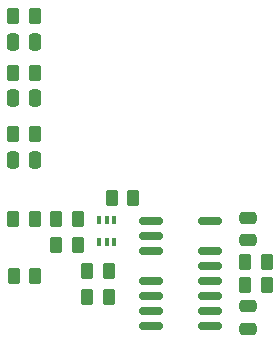
<source format=gbr>
%TF.GenerationSoftware,KiCad,Pcbnew,8.0.1*%
%TF.CreationDate,2024-07-17T22:44:32+10:00*%
%TF.ProjectId,vga,7667612e-6b69-4636-9164-5f7063625858,rev?*%
%TF.SameCoordinates,Original*%
%TF.FileFunction,Paste,Bot*%
%TF.FilePolarity,Positive*%
%FSLAX46Y46*%
G04 Gerber Fmt 4.6, Leading zero omitted, Abs format (unit mm)*
G04 Created by KiCad (PCBNEW 8.0.1) date 2024-07-17 22:44:32*
%MOMM*%
%LPD*%
G01*
G04 APERTURE LIST*
G04 Aperture macros list*
%AMRoundRect*
0 Rectangle with rounded corners*
0 $1 Rounding radius*
0 $2 $3 $4 $5 $6 $7 $8 $9 X,Y pos of 4 corners*
0 Add a 4 corners polygon primitive as box body*
4,1,4,$2,$3,$4,$5,$6,$7,$8,$9,$2,$3,0*
0 Add four circle primitives for the rounded corners*
1,1,$1+$1,$2,$3*
1,1,$1+$1,$4,$5*
1,1,$1+$1,$6,$7*
1,1,$1+$1,$8,$9*
0 Add four rect primitives between the rounded corners*
20,1,$1+$1,$2,$3,$4,$5,0*
20,1,$1+$1,$4,$5,$6,$7,0*
20,1,$1+$1,$6,$7,$8,$9,0*
20,1,$1+$1,$8,$9,$2,$3,0*%
G04 Aperture macros list end*
%ADD10RoundRect,0.250000X-0.262500X-0.450000X0.262500X-0.450000X0.262500X0.450000X-0.262500X0.450000X0*%
%ADD11RoundRect,0.250000X0.475000X-0.250000X0.475000X0.250000X-0.475000X0.250000X-0.475000X-0.250000X0*%
%ADD12RoundRect,0.250000X0.250000X0.475000X-0.250000X0.475000X-0.250000X-0.475000X0.250000X-0.475000X0*%
%ADD13RoundRect,0.250000X0.262500X0.450000X-0.262500X0.450000X-0.262500X-0.450000X0.262500X-0.450000X0*%
%ADD14RoundRect,0.150000X0.825000X0.150000X-0.825000X0.150000X-0.825000X-0.150000X0.825000X-0.150000X0*%
%ADD15RoundRect,0.250000X-0.475000X0.250000X-0.475000X-0.250000X0.475000X-0.250000X0.475000X0.250000X0*%
%ADD16RoundRect,0.100000X0.100000X-0.225000X0.100000X0.225000X-0.100000X0.225000X-0.100000X-0.225000X0*%
G04 APERTURE END LIST*
D10*
%TO.C,R7*%
X88000000Y-75800000D03*
X89825000Y-75800000D03*
%TD*%
D11*
%TO.C,C1*%
X104225000Y-75400000D03*
X104225000Y-73500002D03*
%TD*%
D12*
%TO.C,C5*%
X86200000Y-63390000D03*
X84300000Y-63390000D03*
%TD*%
D13*
%TO.C,R6*%
X89800000Y-73600000D03*
X87975000Y-73600000D03*
%TD*%
D14*
%TO.C,U1*%
X101000000Y-73755000D03*
X101000000Y-76295000D03*
X101000000Y-77565000D03*
X101000000Y-78835000D03*
X101000000Y-80105000D03*
X101000000Y-81375000D03*
X101000000Y-82645000D03*
X96050000Y-82645000D03*
X96050000Y-81375000D03*
X96050000Y-80105000D03*
X96050000Y-78835000D03*
X96050000Y-76295000D03*
X96050000Y-75025000D03*
X96050000Y-73755000D03*
%TD*%
D13*
%TO.C,R11*%
X86200000Y-66400000D03*
X84375000Y-66400000D03*
%TD*%
D10*
%TO.C,R13*%
X84400000Y-78400000D03*
X86225000Y-78400000D03*
%TD*%
%TO.C,R8*%
X84375000Y-73600000D03*
X86200000Y-73600000D03*
%TD*%
D12*
%TO.C,C3*%
X86200000Y-58580000D03*
X84300000Y-58580000D03*
%TD*%
%TO.C,C7*%
X86200000Y-68600000D03*
X84300000Y-68600000D03*
%TD*%
D13*
%TO.C,R5*%
X94512500Y-71800000D03*
X92687500Y-71800000D03*
%TD*%
D10*
%TO.C,R4*%
X90600000Y-78000000D03*
X92425000Y-78000000D03*
%TD*%
D15*
%TO.C,C2*%
X104225000Y-81000000D03*
X104225000Y-82899998D03*
%TD*%
D13*
%TO.C,R2*%
X105825000Y-79200000D03*
X104000000Y-79200000D03*
%TD*%
%TO.C,R10*%
X86200000Y-61200000D03*
X84375000Y-61200000D03*
%TD*%
D16*
%TO.C,Q1*%
X92925000Y-75550000D03*
X92275000Y-75549999D03*
X91625000Y-75550000D03*
X91625000Y-73650000D03*
X92275000Y-73650001D03*
X92925000Y-73650000D03*
%TD*%
D13*
%TO.C,R1*%
X105825000Y-77200000D03*
X104000000Y-77200000D03*
%TD*%
%TO.C,R9*%
X86200000Y-56400000D03*
X84375000Y-56400000D03*
%TD*%
%TO.C,R3*%
X92425000Y-80200000D03*
X90600000Y-80200000D03*
%TD*%
M02*

</source>
